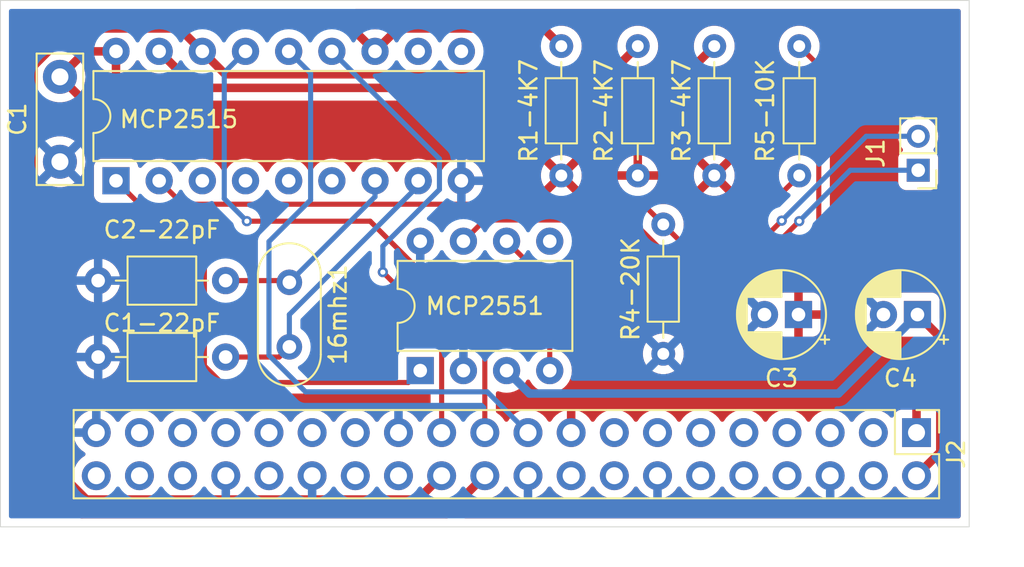
<source format=kicad_pcb>
(kicad_pcb (version 20240108) (generator "pcbnew") (generator_version "8.0")
  (layers (0 "F.Cu" signal) (31 "B.Cu" signal) (34 "B.Paste" user) (35 "F.Paste" user) (36 "B.SilkS" user "B.Silkscreen") (37 "F.SilkS" user "F.Silkscreen") (38 "B.Mask" user) (39 "F.Mask" user) (44 "Edge.Cuts" user))
  (net 0 "")
  (net 1 "Net-(U1-OSC2)")
  (net 2 "VSS")
  (net 3 "Net-(U1-OSC1)")
  (net 4 "Net-(J1-Pin_2)")
  (net 5 "Net-(J1-Pin_1)")
  (net 6 "Net-(J2-SCLK0{slash}GPIO11)")
  (net 10 "VDD")
  (net 12 "Net-(J2-GPIO25)")
  (net 15 "VCC")
  (net 29 "Net-(J2-MISO0{slash}GPIO9)")
  (net 32 "Net-(J2-MOSI0{slash}GPIO10)")
  (net 33 "Net-(J2-~{CE0}{slash}GPIO8)")
  (net 36 "Net-(U1-~{RESET})")
  (net 37 "Net-(U1-RXCAN)")
  (net 38 "Net-(U2-RXD)")
  (net 43 "Net-(U1-TXCAN)")
  (footprint "Package_DIP:DIP-8_W7.62mm" (layer "F.Cu") (at 113.7 109.8 90)
    (property "Reference" "MCP2551" (at 3.8 3.8 0) (layer "F.SilkS"))
    (property "Value" "MCP2551-I-P")
    (fp_line (start 6.46 -1.33) (end 4.81 -1.33) (stroke (width 0.12)) (layer "F.SilkS"))
    (fp_line (start 2.81 -1.33) (end 1.16 -1.33) (stroke (width 0.12)) (layer "F.SilkS"))
    (fp_line (start 1.16 -1.33) (end 1.16 8.95) (stroke (width 0.12)) (layer "F.SilkS"))
    (fp_line (start 6.46 8.95) (end 6.46 -1.33) (stroke (width 0.12)) (layer "F.SilkS"))
    (fp_line (start 1.16 8.95) (end 6.46 8.95) (stroke (width 0.12)) (layer "F.SilkS"))
    (fp_arc (start 4.81 -1.33) (mid 3.81 -0.33) (end 2.81 -1.33) (stroke (width 0.12)) (layer "F.SilkS"))
    (pad "1" thru_hole rect (at 0 0 90) (size 1.6 1.6) (drill 0.8) (layers "*.Cu" "*.Mask") (net 43 "Net-(U1-TXCAN)"))
    (pad "2" thru_hole oval (at 0 2.54 90) (size 1.6 1.6) (drill 0.8) (layers "*.Cu" "*.Mask") (net 2 "VSS"))
    (pad "3" thru_hole oval (at 0 5.08 90) (size 1.6 1.6) (drill 0.8) (layers "*.Cu" "*.Mask") (net 10 "VDD"))
    (pad "4" thru_hole oval (at 0 7.62 90) (size 1.6 1.6) (drill 0.8) (layers "*.Cu" "*.Mask") (net 38 "Net-(U2-RXD)"))
    (pad "5" thru_hole oval (at 7.62 7.62 90) (size 1.6 1.6) (drill 0.8) (layers "*.Cu" "*.Mask"))
    (pad "6" thru_hole oval (at 7.62 5.08 90) (size 1.6 1.6) (drill 0.8) (layers "*.Cu" "*.Mask") (net 5 "Net-(J1-Pin_1)"))
    (pad "7" thru_hole oval (at 7.62 2.54 90) (size 1.6 1.6) (drill 0.8) (layers "*.Cu" "*.Mask") (net 4 "Net-(J1-Pin_2)"))
    (pad "8" thru_hole oval (at 7.62 0 90) (size 1.6 1.6) (drill 0.8) (layers "*.Cu" "*.Mask") (net 2 "VSS"))
  )
  (footprint "Capacitor_THT:C_Axial_L3.8mm_D2.6mm_P7.50mm_Horizontal" (layer "F.Cu") (at 102.25 104.5 180)
    (property "Reference" "C2-22pF" (at 3.75 3 180) (layer "F.SilkS"))
    (property "Value" "C22pF")
    (fp_line (start 6.46 0) (end 5.77 0) (stroke (width 0.12)) (layer "F.SilkS"))
    (fp_line (start 5.77 1.42) (end 5.77 -1.42) (stroke (width 0.12)) (layer "F.SilkS"))
    (fp_line (start 5.77 -1.42) (end 1.73 -1.42) (stroke (width 0.12)) (layer "F.SilkS"))
    (fp_line (start 1.73 1.42) (end 5.77 1.42) (stroke (width 0.12)) (layer "F.SilkS"))
    (fp_line (start 1.73 -1.42) (end 1.73 1.42) (stroke (width 0.12)) (layer "F.SilkS"))
    (fp_line (start 1.04 0) (end 1.73 0) (stroke (width 0.12)) (layer "F.SilkS"))
    (pad "1" thru_hole circle (at 0 0 180) (size 1.6 1.6) (drill 0.8) (layers "*.Cu" "*.Mask") (net 1 "Net-(U1-OSC2)"))
    (pad "2" thru_hole oval (at 7.5 0 180) (size 1.6 1.6) (drill 0.8) (layers "*.Cu" "*.Mask") (net 2 "VSS"))
  )
  (footprint "Resistor_THT:R_Axial_DIN0204_L3.6mm_D1.6mm_P7.62mm_Horizontal" (layer "F.Cu") (at 128 108.81 90)
    (property "Reference" "R4-20K" (at 3.81 -1.92 270) (layer "F.SilkS"))
    (property "Value" "R20K")
    (fp_line (start 5.73 -0.92) (end 1.89 -0.92) (stroke (width 0.12)) (layer "F.SilkS"))
    (fp_line (start 1.89 -0.92) (end 1.89 0.92) (stroke (width 0.12)) (layer "F.SilkS"))
    (fp_line (start 6.68 0) (end 5.73 0) (stroke (width 0.12)) (layer "F.SilkS"))
    (fp_line (start 0.94 0) (end 1.89 0) (stroke (width 0.12)) (layer "F.SilkS"))
    (fp_line (start 5.73 0.92) (end 5.73 -0.92) (stroke (width 0.12)) (layer "F.SilkS"))
    (fp_line (start 1.89 0.92) (end 5.73 0.92) (stroke (width 0.12)) (layer "F.SilkS"))
    (pad "1" thru_hole circle (at 0 0 90) (size 1.4 1.4) (drill 0.7) (layers "*.Cu" "*.Mask") (net 2 "VSS"))
    (pad "2" thru_hole oval (at 7.62 0 90) (size 1.4 1.4) (drill 0.7) (layers "*.Cu" "*.Mask") (net 37 "Net-(U1-RXCAN)"))
  )
  (footprint "Package_DIP:DIP-18_W7.62mm" (layer "F.Cu") (at 95.8 98.62 90)
    (property "Reference" "MCP2515" (at 3.62 3.7 0) (layer "F.SilkS"))
    (property "Value" "MCP2515-xSO")
    (fp_line (start 6.46 -1.33) (end 4.81 -1.33) (stroke (width 0.12)) (layer "F.SilkS"))
    (fp_line (start 2.81 -1.33) (end 1.16 -1.33) (stroke (width 0.12)) (layer "F.SilkS"))
    (fp_line (start 1.16 -1.33) (end 1.16 21.65) (stroke (width 0.12)) (layer "F.SilkS"))
    (fp_line (start 6.46 21.65) (end 6.46 -1.33) (stroke (width 0.12)) (layer "F.SilkS"))
    (fp_line (start 1.16 21.65) (end 6.46 21.65) (stroke (width 0.12)) (layer "F.SilkS"))
    (fp_arc (start 4.81 -1.33) (mid 3.81 -0.33) (end 2.81 -1.33) (stroke (width 0.12)) (layer "F.SilkS"))
    (pad "1" thru_hole rect (at 0 0 90) (size 1.6 1.6) (drill 0.8) (layers "*.Cu" "*.Mask") (net 43 "Net-(U1-TXCAN)"))
    (pad "2" thru_hole oval (at 0 2.54 90) (size 1.6 1.6) (drill 0.8) (layers "*.Cu" "*.Mask") (net 37 "Net-(U1-RXCAN)"))
    (pad "3" thru_hole oval (at 0 5.08 90) (size 1.6 1.6) (drill 0.8) (layers "*.Cu" "*.Mask"))
    (pad "4" thru_hole oval (at 0 7.62 90) (size 1.6 1.6) (drill 0.8) (layers "*.Cu" "*.Mask"))
    (pad "5" thru_hole oval (at 0 10.16 90) (size 1.6 1.6) (drill 0.8) (layers "*.Cu" "*.Mask"))
    (pad "6" thru_hole oval (at 0 12.7 90) (size 1.6 1.6) (drill 0.8) (layers "*.Cu" "*.Mask"))
    (pad "7" thru_hole oval (at 0 15.24 90) (size 1.6 1.6) (drill 0.8) (layers "*.Cu" "*.Mask") (net 1 "Net-(U1-OSC2)"))
    (pad "8" thru_hole oval (at 0 17.78 90) (size 1.6 1.6) (drill 0.8) (layers "*.Cu" "*.Mask") (net 3 "Net-(U1-OSC1)"))
    (pad "9" thru_hole oval (at 0 20.32 90) (size 1.6 1.6) (drill 0.8) (layers "*.Cu" "*.Mask") (net 2 "VSS"))
    (pad "10" thru_hole oval (at 7.62 20.32 90) (size 1.6 1.6) (drill 0.8) (layers "*.Cu" "*.Mask"))
    (pad "11" thru_hole oval (at 7.62 17.78 90) (size 1.6 1.6) (drill 0.8) (layers "*.Cu" "*.Mask"))
    (pad "12" thru_hole oval (at 7.62 15.24 90) (size 1.6 1.6) (drill 0.8) (layers "*.Cu" "*.Mask") (net 12 "Net-(J2-GPIO25)"))
    (pad "13" thru_hole oval (at 7.62 12.7 90) (size 1.6 1.6) (drill 0.8) (layers "*.Cu" "*.Mask") (net 6 "Net-(J2-SCLK0{slash}GPIO11)"))
    (pad "14" thru_hole oval (at 7.62 10.16 90) (size 1.6 1.6) (drill 0.8) (layers "*.Cu" "*.Mask") (net 32 "Net-(J2-MOSI0{slash}GPIO10)"))
    (pad "15" thru_hole oval (at 7.62 7.62 90) (size 1.6 1.6) (drill 0.8) (layers "*.Cu" "*.Mask") (net 29 "Net-(J2-MISO0{slash}GPIO9)"))
    (pad "16" thru_hole oval (at 7.62 5.08 90) (size 1.6 1.6) (drill 0.8) (layers "*.Cu" "*.Mask") (net 33 "Net-(J2-~{CE0}{slash}GPIO8)"))
    (pad "17" thru_hole oval (at 7.62 2.54 90) (size 1.6 1.6) (drill 0.8) (layers "*.Cu" "*.Mask") (net 36 "Net-(U1-~{RESET})"))
    (pad "18" thru_hole oval (at 7.62 0 90) (size 1.6 1.6) (drill 0.8) (layers "*.Cu" "*.Mask") (net 15 "VCC"))
  )
  (footprint "Capacitor_THT:CP_Radial_D5.0mm_P2.00mm" (layer "F.Cu") (at 135.955113 106.5 180)
    (property "Reference" "C3" (at 1 -3.75 180) (layer "F.SilkS"))
    (property "Value" "C_Polarized")
    (fp_line (start 3.601 -0.284) (end 3.601 0.284) (stroke (width 0.12)) (layer "F.SilkS"))
    (fp_line (start 3.561 -0.518) (end 3.561 0.518) (stroke (width 0.12)) (layer "F.SilkS"))
    (fp_line (start 3.521 -0.677) (end 3.521 0.677) (stroke (width 0.12)) (layer "F.SilkS"))
    (fp_line (start 3.481 -0.805) (end 3.481 0.805) (stroke (width 0.12)) (layer "F.SilkS"))
    (fp_line (start 3.441 -0.915) (end 3.441 0.915) (stroke (width 0.12)) (layer "F.SilkS"))
    (fp_line (start 3.401 -1.011) (end 3.401 1.011) (stroke (width 0.12)) (layer "F.SilkS"))
    (fp_line (start 3.361 -1.098) (end 3.361 1.098) (stroke (width 0.12)) (layer "F.SilkS"))
    (fp_line (start 3.321 -1.178) (end 3.321 1.178) (stroke (width 0.12)) (layer "F.SilkS"))
    (fp_line (start 3.281 -1.251) (end 3.281 1.251) (stroke (width 0.12)) (layer "F.SilkS"))
    (fp_line (start 3.241 -1.319) (end 3.241 1.319) (stroke (width 0.12)) (layer "F.SilkS"))
    (fp_line (start 3.201 -1.383) (end 3.201 1.383) (stroke (width 0.12)) (layer "F.SilkS"))
    (fp_line (start 3.161 -1.443) (end 3.161 1.443) (stroke (width 0.12)) (layer "F.SilkS"))
    (fp_line (start 3.121 -1.5) (end 3.121 1.5) (stroke (width 0.12)) (layer "F.SilkS"))
    (fp_line (start 3.081 -1.554) (end 3.081 1.554) (stroke (width 0.12)) (layer "F.SilkS"))
    (fp_line (start 3.041 -1.605) (end 3.041 1.605) (stroke (width 0.12)) (layer "F.SilkS"))
    (fp_line (start 3.001 1.04) (end 3.001 1.653) (stroke (width 0.12)) (layer "F.SilkS"))
    (fp_line (start 3.001 -1.653) (end 3.001 -1.04) (stroke (width 0.12)) (layer "F.SilkS"))
    (fp_line (start 2.961 1.04) (end 2.961 1.699) (stroke (width 0.12)) (layer "F.SilkS"))
    (fp_line (start 2.961 -1.699) (end 2.961 -1.04) (stroke (width 0.12)) (layer "F.SilkS"))
    (fp_line (start 2.921 1.04) (end 2.921 1.743) (stroke (width 0.12)) (layer "F.SilkS"))
    (fp_line (start 2.921 -1.743) (end 2.921 -1.04) (stroke (width 0.12)) (layer "F.SilkS"))
    (fp_line (start 2.881 1.04) (end 2.881 1.785) (stroke (width 0.12)) (layer "F.SilkS"))
    (fp_line (start 2.881 -1.785) (end 2.881 -1.04) (stroke (width 0.12)) (layer "F.SilkS"))
    (fp_line (start 2.841 1.04) (end 2.841 1.826) (stroke (width 0.12)) (layer "F.SilkS"))
    (fp_line (start 2.841 -1.826) (end 2.841 -1.04) (stroke (width 0.12)) (layer "F.SilkS"))
    (fp_line (start 2.801 1.04) (end 2.801 1.864) (stroke (width 0.12)) (layer "F.SilkS"))
    (fp_line (start 2.801 -1.864) (end 2.801 -1.04) (stroke (width 0.12)) (layer "F.SilkS"))
    (fp_line (start 2.761 1.04) (end 2.761 1.901) (stroke (width 0.12)) (layer "F.SilkS"))
    (fp_line (start 2.761 -1.901) (end 2.761 -1.04) (stroke (width 0.12)) (layer "F.SilkS"))
    (fp_line (start 2.721 1.04) (end 2.721 1.937) (stroke (width 0.12)) (layer "F.SilkS"))
    (fp_line (start 2.721 -1.937) (end 2.721 -1.04) (stroke (width 0.12)) (layer "F.SilkS"))
    (fp_line (start 2.681 1.04) (end 2.681 1.971) (stroke (width 0.12)) (layer "F.SilkS"))
    (fp_line (start 2.681 -1.971) (end 2.681 -1.04) (stroke (width 0.12)) (layer "F.SilkS"))
    (fp_line (start 2.641 1.04) (end 2.641 2.004) (stroke (width 0.12)) (layer "F.SilkS"))
    (fp_line (start 2.641 -2.004) (end 2.641 -1.04) (stroke (width 0.12)) (layer "F.SilkS"))
    (fp_line (start 2.601 1.04) (end 2.601 2.035) (stroke (width 0.12)) (layer "F.SilkS"))
    (fp_line (start 2.601 -2.035) (end 2.601 -1.04) (stroke (width 0.12)) (layer "F.SilkS"))
    (fp_line (start 2.561 1.04) (end 2.561 2.065) (stroke (width 0.12)) (layer "F.SilkS"))
    (fp_line (start 2.561 -2.065) (end 2.561 -1.04) (stroke (width 0.12)) (layer "F.SilkS"))
    (fp_line (start 2.521 1.04) (end 2.521 2.095) (stroke (width 0.12)) (layer "F.SilkS"))
    (fp_line (start 2.521 -2.095) (end 2.521 -1.04) (stroke (width 0.12)) (layer "F.SilkS"))
    (fp_line (start 2.481 1.04) (end 2.481 2.122) (stroke (width 0.12)) (layer "F.SilkS"))
    (fp_line (start 2.481 -2.122) (end 2.481 -1.04) (stroke (width 0.12)) (layer "F.SilkS"))
    (fp_line (start 2.441 1.04) (end 2.441 2.149) (stroke (width 0.12)) (layer "F.SilkS"))
    (fp_line (start 2.441 -2.149) (end 2.441 -1.04) (stroke (width 0.12)) (layer "F.SilkS"))
    (fp_line (start 2.401 1.04) (end 2.401 2.175) (stroke (width 0.12)) (layer "F.SilkS"))
    (fp_line (start 2.401 -2.175) (end 2.401 -1.04) (stroke (width 0.12)) (layer "F.SilkS"))
    (fp_line (start 2.361 1.04) (end 2.361 2.2) (stroke (width 0.12)) (layer "F.SilkS"))
    (fp_line (start 2.361 -2.2) (end 2.361 -1.04) (stroke (width 0.12)) (layer "F.SilkS"))
    (fp_line (start 2.321 1.04) (end 2.321 2.224) (stroke (width 0.12)) (layer "F.SilkS"))
    (fp_line (start 2.321 -2.224) (end 2.321 -1.04) (stroke (width 0.12)) (layer "F.SilkS"))
    (fp_line (start 2.281 1.04) (end 2.281 2.247) (stroke (width 0.12)) (layer "F.SilkS"))
    (fp_line (start 2.281 -2.247) (end 2.281 -1.04) (stroke (width 0.12)) (layer "F.SilkS"))
    (fp_line (start 2.241 1.04) (end 2.241 2.268) (stroke (width 0.12)) (layer "F.SilkS"))
    (fp_line (start 2.241 -2.268) (end 2.241 -1.04) (stroke (width 0.12)) (layer "F.SilkS"))
    (fp_line (start 2.201 1.04) (end 2.201 2.29) (stroke (width 0.12)) (layer "F.SilkS"))
    (fp_line (start 2.201 -2.29) (end 2.201 -1.04) (stroke (width 0.12)) (layer "F.SilkS"))
    (fp_line (start 2.161 1.04) (end 2.161 2.31) (stroke (width 0.12)) (layer "F.SilkS"))
    (fp_line (start 2.161 -2.31) (end 2.161 -1.04) (stroke (width 0.12)) (layer "F.SilkS"))
    (fp_line (start 2.121 1.04) (end 2.121 2.329) (stroke (width 0.12)) (layer "F.SilkS"))
    (fp_line (start 2.121 -2.329) (end 2.121 -1.04) (stroke (width 0.12)) (layer "F.SilkS"))
    (fp_line (start 2.081 1.04) (end 2.081 2.348) (stroke (width 0.12)) (layer "F.SilkS"))
    (fp_line (start 2.081 -2.348) (end 2.081 -1.04) (stroke (width 0.12)) (layer "F.SilkS"))
    (fp_line (start 2.041 1.04) (end 2.041 2.365) (stroke (width 0.12)) (layer "F.SilkS"))
    (fp_line (start 2.041 -2.365) (end 2.041 -1.04) (stroke (width 0.12)) (layer "F.SilkS"))
    (fp_line (start 2.001 1.04) (end 2.001 2.382) (stroke (width 0.12)) (layer "F.SilkS"))
    (fp_line (start 2.001 -2.382) (end 2.001 -1.04) (stroke (width 0.12)) (layer "F.SilkS"))
    (fp_line (start 1.961 1.04) (end 1.961 2.398) (stroke (width 0.12)) (layer "F.SilkS"))
    (fp_line (start 1.961 -2.398) (end 1.961 -1.04) (stroke (width 0.12)) (layer "F.SilkS"))
    (fp_line (start 1.921 1.04) (end 1.921 2.414) (stroke (width 0.12)) (layer "F.SilkS"))
    (fp_line (start 1.921 -2.414) (end 1.921 -1.04) (stroke (width 0.12)) (layer "F.SilkS"))
    (fp_line (start 1.881 1.04) (end 1.881 2.428) (stroke (width 0.12)) (layer "F.SilkS"))
    (fp_line (start 1.881 -2.428) (end 1.881 -1.04) (stroke (width 0.12)) (layer "F.SilkS"))
    (fp_line (start 1.841 1.04) (end 1.841 2.442) (stroke (width 0.12)) (layer "F.SilkS"))
    (fp_line (start 1.841 -2.442) (end 1.841 -1.04) (stroke (width 0.12)) (layer "F.SilkS"))
    (fp_line (start 1.801 1.04) (end 1.801 2.455) (stroke (width 0.12)) (layer "F.SilkS"))
    (fp_line (start 1.801 -2.455) (end 1.801 -1.04) (stroke (width 0.12)) (layer "F.SilkS"))
    (fp_line (start 1.761 1.04) (end 1.761 2.468) (stroke (width 0.12)) (layer "F.SilkS"))
    (fp_line (start 1.761 -2.468) (end 1.761 -1.04) (stroke (width 0.12)) (layer "F.SilkS"))
    (fp_line (start 1.721 1.04) (end 1.721 2.48) (stroke (width 0.12)) (layer "F.SilkS"))
    (fp_line (start 1.721 -2.48) (end 1.721 -1.04) (stroke (width 0.12)) (layer "F.SilkS"))
    (fp_line (start 1.68 1.04) (end 1.68 2.491) (stroke (width 0.12)) (layer "F.SilkS"))
    (fp_line (start 1.68 -2.491) (end 1.68 -1.04) (stroke (width 0.12)) (layer "F.SilkS"))
    (fp_line (start 1.64 1.04) (end 1.64 2.501) (stroke (width 0.12)) (layer "F.SilkS"))
    (fp_line (start 1.64 -2.501) (end 1.64 -1.04) (stroke (width 0.12)) (layer "F.SilkS"))
    (fp_line (start 1.6 1.04) (end 1.6 2.511) (stroke (width 0.12)) (layer "F.SilkS"))
    (fp_line (start 1.6 -2.511) (end 1.6 -1.04) (stroke (width 0.12)) (layer "F.SilkS"))
    (fp_line (start 1.56 1.04) (end 1.56 2.52) (stroke (width 0.12)) (layer "F.SilkS"))
    (fp_line (start 1.56 -2.52) (end 1.56 -1.04) (stroke (width 0.12)) (layer "F.SilkS"))
    (fp_line (start 1.52 1.04) (end 1.52 2.528) (stroke (width 0.12)) (layer "F.SilkS"))
    (fp_line (start 1.52 -2.528) (end 1.52 -1.04) (stroke (width 0.12)) (layer "F.SilkS"))
    (fp_line (start 1.48 1.04) (end 1.48 2.536) (stroke (width 0.12)) (layer "F.SilkS"))
    (fp_line (start 1.48 -2.536) (end 1.48 -1.04) (stroke (width 0.12)) (layer "F.SilkS"))
    (fp_line (start 1.44 1.04) (end 1.44 2.543) (stroke (width 0.12)) (layer "F.SilkS"))
    (fp_line (start 1.44 -2.543) (end 1.44 -1.04) (stroke (width 0.12)) (layer "F.SilkS"))
    (fp_line (start 1.4 1.04) (end 1.4 2.55) (stroke (width 0.12)) (layer "F.SilkS"))
    (fp_line (start 1.4 -2.55) (end 1.4 -1.04) (stroke (width 0.12)) (layer "F.SilkS"))
    (fp_line (start 1.36 1.04) (end 1.36 2.556) (stroke (width 0.12)) (layer "F.SilkS"))
    (fp_line (start 1.36 -2.556) (end 1.36 -1.04) (stroke (width 0.12)) (layer "F.SilkS"))
    (fp_line (start 1.32 1.04) (end 1.32 2.561) (stroke (width 0.12)) (layer "F.SilkS"))
    (fp_line (start 1.32 -2.561) (end 1.32 -1.04) (stroke (width 0.12)) (layer "F.SilkS"))
    (fp_line (start 1.28 1.04) (end 1.28 2.565) (stroke (width 0.12)) (layer "F.SilkS"))
    (fp_line (start 1.28 -2.565) (end 1.28 -1.04) (stroke (width 0.12)) (layer "F.SilkS"))
    (fp_line (start 1.24 1.04) (end 1.24 2.569) (stroke (width 0.12)) (layer "F.SilkS"))
    (fp_line (start 1.24 -2.569) (end 1.24 -1.04) (stroke (width 0.12)) (layer "F.SilkS"))
    (fp_line (start 1.2 1.04) (end 1.2 2.573) (stroke (width 0.12)) (layer "F.SilkS"))
    (fp_line (start 1.2 -2.573) (end 1.2 -1.04) (stroke (width 0.12)) (layer "F.SilkS"))
    (fp_line (start 1.16 1.04) (end 1.16 2.576) (stroke (width 0.12)) (layer "F.SilkS"))
    (fp_line (start 1.16 -2.576) (end 1.16 -1.04) (stroke (width 0.12)) (layer "F.SilkS"))
    (fp_line (start 1.12 1.04) (end 1.12 2.578) (stroke (width 0.12)) (layer "F.SilkS"))
    (fp_line (start 1.12 -2.578) (end 1.12 -1.04) (stroke (width 0.12)) (layer "F.SilkS"))
    (fp_line (start 1.08 1.04) (end 1.08 2.579) (stroke (width 0.12)) (layer "F.SilkS"))
    (fp_line (start 1.08 -2.579) (end 1.08 -1.04) (stroke (width 0.12)) (layer "F.SilkS"))
    (fp_line (start 1.04 1.04) (end 1.04 2.58) (stroke (width 0.12)) (layer "F.SilkS"))
    (fp_line (start 1.04 -2.58) (end 1.04 -1.04) (stroke (width 0.12)) (layer "F.SilkS"))
    (fp_line (start 1 1.04) (end 1 2.58) (stroke (width 0.12)) (layer "F.SilkS"))
    (fp_line (start 1 -2.58) (end 1 -1.04) (stroke (width 0.12)) (layer "F.SilkS"))
    (fp_line (start -1.554775 -1.725) (end -1.554775 -1.225) (stroke (width 0.12)) (layer "F.SilkS"))
    (fp_line (start -1.804775 -1.475) (end -1.304775 -1.475) (stroke (width 0.12)) (layer "F.SilkS"))
    (fp_circle (center 1 0) (end 3.62 0) (stroke (width 0.12)) (fill none) (layer "F.SilkS"))
    (pad "1" thru_hole rect (at 0 0 180) (size 1.6 1.6) (drill 0.8) (layers "*.Cu" "*.Mask") (net 15 "VCC"))
    (pad "2" thru_hole circle (at 2 0 180) (size 1.6 1.6) (drill 0.8) (layers "*.Cu" "*.Mask") (net 2 "VSS"))
  )
  (footprint "Resistor_THT:R_Axial_DIN0204_L3.6mm_D1.6mm_P7.62mm_Horizontal" (layer "F.Cu") (at 126.5 90.69 -90)
    (property "Reference" "R2-4K7" (at 3.81 2 90) (layer "F.SilkS"))
    (property "Value" "R4K7")
    (fp_line (start 1.89 0.92) (end 5.73 0.92) (stroke (width 0.12)) (layer "F.SilkS"))
    (fp_line (start 5.73 0.92) (end 5.73 -0.92) (stroke (width 0.12)) (layer "F.SilkS"))
    (fp_line (start 0.94 0) (end 1.89 0) (stroke (width 0.12)) (layer "F.SilkS"))
    (fp_line (start 6.68 0) (end 5.73 0) (stroke (width 0.12)) (layer "F.SilkS"))
    (fp_line (start 1.89 -0.92) (end 1.89 0.92) (stroke (width 0.12)) (layer "F.SilkS"))
    (fp_line (start 5.73 -0.92) (end 1.89 -0.92) (stroke (width 0.12)) (layer "F.SilkS"))
    (pad "1" thru_hole circle (at 0 0 270) (size 1.4 1.4) (drill 0.7) (layers "*.Cu" "*.Mask") (net 33 "Net-(J2-~{CE0}{slash}GPIO8)"))
    (pad "2" thru_hole oval (at 7.62 0 270) (size 1.4 1.4) (drill 0.7) (layers "*.Cu" "*.Mask") (net 15 "VCC"))
  )
  (footprint "Resistor_THT:R_Axial_DIN0204_L3.6mm_D1.6mm_P7.62mm_Horizontal" (layer "F.Cu") (at 122 98.31 90)
    (property "Reference" "R1-4K7" (at 3.81 -1.92 -90) (layer "F.SilkS"))
    (property "Value" "R4K7")
    (fp_line (start 5.73 -0.92) (end 1.89 -0.92) (stroke (width 0.12)) (layer "F.SilkS"))
    (fp_line (start 1.89 -0.92) (end 1.89 0.92) (stroke (width 0.12)) (layer "F.SilkS"))
    (fp_line (start 6.68 0) (end 5.73 0) (stroke (width 0.12)) (layer "F.SilkS"))
    (fp_line (start 0.94 0) (end 1.89 0) (stroke (width 0.12)) (layer "F.SilkS"))
    (fp_line (start 5.73 0.92) (end 5.73 -0.92) (stroke (width 0.12)) (layer "F.SilkS"))
    (fp_line (start 1.89 0.92) (end 5.73 0.92) (stroke (width 0.12)) (layer "F.SilkS"))
    (pad "1" thru_hole circle (at 0 0 90) (size 1.4 1.4) (drill 0.7) (layers "*.Cu" "*.Mask") (net 15 "VCC"))
    (pad "2" thru_hole oval (at 7.62 0 90) (size 1.4 1.4) (drill 0.7) (layers "*.Cu" "*.Mask") (net 12 "Net-(J2-GPIO25)"))
  )
  (footprint "Resistor_THT:R_Axial_DIN0204_L3.6mm_D1.6mm_P7.62mm_Horizontal" (layer "F.Cu") (at 136 90.69 -90)
    (property "Reference" "R5-10K" (at 3.81 2 90) (layer "F.SilkS"))
    (property "Value" "R10K")
    (fp_line (start 1.89 0.92) (end 5.73 0.92) (stroke (width 0.12)) (layer "F.SilkS"))
    (fp_line (start 5.73 0.92) (end 5.73 -0.92) (stroke (width 0.12)) (layer "F.SilkS"))
    (fp_line (start 0.94 0) (end 1.89 0) (stroke (width 0.12)) (layer "F.SilkS"))
    (fp_line (start 6.68 0) (end 5.73 0) (stroke (width 0.12)) (layer "F.SilkS"))
    (fp_line (start 1.89 -0.92) (end 1.89 0.92) (stroke (width 0.12)) (layer "F.SilkS"))
    (fp_line (start 5.73 -0.92) (end 1.89 -0.92) (stroke (width 0.12)) (layer "F.SilkS"))
    (pad "1" thru_hole circle (at 0 0 270) (size 1.4 1.4) (drill 0.7) (layers "*.Cu" "*.Mask") (net 38 "Net-(U2-RXD)"))
    (pad "2" thru_hole oval (at 7.62 0 270) (size 1.4 1.4) (drill 0.7) (layers "*.Cu" "*.Mask") (net 37 "Net-(U1-RXCAN)"))
  )
  (footprint "Connector_PinHeader_2.54mm:PinHeader_2x20_P2.54mm_Vertical" (layer "F.Cu") (at 142.9 113.45 -90)
    (property "Reference" "J2" (at 1.27 -2.33 90) (layer "F.SilkS"))
    (property "Value" "Raspberry_Pi_2_3")
    (fp_line (start -1.33 49.59) (end 3.87 49.59) (stroke (width 0.12)) (layer "F.SilkS"))
    (fp_line (start -1.33 1.27) (end -1.33 49.59) (stroke (width 0.12)) (layer "F.SilkS"))
    (fp_line (start -1.33 1.27) (end 1.27 1.27) (stroke (width 0.12)) (layer "F.SilkS"))
    (fp_line (start 1.27 1.27) (end 1.27 -1.33) (stroke (width 0.12)) (layer "F.SilkS"))
    (fp_line (start -1.33 0) (end -1.33 -1.33) (stroke (width 0.12)) (layer "F.SilkS"))
    (fp_line (start -1.33 -1.33) (end 0 -1.33) (stroke (width 0.12)) (layer "F.SilkS"))
    (fp_line (start 1.27 -1.33) (end 3.87 -1.33) (stroke (width 0.12)) (layer "F.SilkS"))
    (fp_line (start 3.87 -1.33) (end 3.87 49.59) (stroke (width 0.12)) (layer "F.SilkS"))
    (pad "1" thru_hole rect (at 0 0 270) (size 1.7 1.7) (drill 1) (layers "*.Cu" "*.Mask") (net 15 "VCC"))
    (pad "2" thru_hole oval (at 2.54 0 270) (size 1.7 1.7) (drill 1) (layers "*.Cu" "*.Mask") (net 10 "VDD"))
    (pad "3" thru_hole oval (at 0 2.54 270) (size 1.7 1.7) (drill 1) (layers "*.Cu" "*.Mask"))
    (pad "4" thru_hole oval (at 2.54 2.54 270) (size 1.7 1.7) (drill 1) (layers "*.Cu" "*.Mask") (net 10 "VDD"))
    (pad "5" thru_hole oval (at 0 5.08 270) (size 1.7 1.7) (drill 1) (layers "*.Cu" "*.Mask"))
    (pad "6" thru_hole oval (at 2.54 5.08 270) (size 1.7 1.7) (drill 1) (layers "*.Cu" "*.Mask") (net 2 "VSS"))
    (pad "7" thru_hole oval (at 0 7.62 270) (size 1.7 1.7) (drill 1) (layers "*.Cu" "*.Mask"))
    (pad "8" thru_hole oval (at 2.54 7.62 270) (size 1.7 1.7) (drill 1) (layers "*.Cu" "*.Mask"))
    (pad "9" thru_hole oval (at 0 10.16 270) (size 1.7 1.7) (drill 1) (layers "*.Cu" "*.Mask") (net 2 "VSS"))
    (pad "10" thru_hole oval (at 2.54 10.16 270) (size 1.7 1.7) (drill 1) (layers "*.Cu" "*.Mask"))
    (pad "11" thru_hole oval (at 0 12.7 270) (size 1.7 1.7) (drill 1) (layers "*.Cu" "*.Mask"))
    (pad "12" thru_hole oval (at 2.54 12.7 270) (size 1.7 1.7) (drill 1) (layers "*.Cu" "*.Mask"))
    (pad "13" thru_hole oval (at 0 15.24 270) (size 1.7 1.7) (drill 1) (layers "*.Cu" "*.Mask"))
    (pad "14" thru_hole oval (at 2.54 15.24 270) (size 1.7 1.7) (drill 1) (layers "*.Cu" "*.Mask") (net 2 "VSS"))
    (pad "15" thru_hole oval (at 0 17.78 270) (size 1.7 1.7) (drill 1) (layers "*.Cu" "*.Mask"))
    (pad "16" thru_hole oval (at 2.54 17.78 270) (size 1.7 1.7) (drill 1) (layers "*.Cu" "*.Mask"))
    (pad "17" thru_hole oval (at 0 20.32 270) (size 1.7 1.7) (drill 1) (layers "*.Cu" "*.Mask") (net 15 "VCC"))
    (pad "18" thru_hole oval (at 2.54 20.32 270) (size 1.7 1.7) (drill 1) (layers "*.Cu" "*.Mask"))
    (pad "19" thru_hole oval (at 0 22.86 270) (size 1.7 1.7) (drill 1) (layers "*.Cu" "*.Mask") (net 32 "Net-(J2-MOSI0{slash}GPIO10)"))
    (pad "20" thru_hole oval (at 2.54 22.86 270) (size 1.7 1.7) (drill 1) (layers "*.Cu" "*.Mask") (net 2 "VSS"))
    (pad "21" thru_hole oval (at 0 25.4 270) (size 1.7 1.7) (drill 1) (layers "*.Cu" "*.Mask") (net 29 "Net-(J2-MISO0{slash}GPIO9)"))
    (pad "22" thru_hole oval (at 2.54 25.4 270) (size 1.7 1.7) (drill 1) (layers "*.Cu" "*.Mask") (net 12 "Net-(J2-GPIO25)"))
    (pad "23" thru_hole oval (at 0 27.94 270) (size 1.7 1.7) (drill 1) (layers "*.Cu" "*.Mask") (net 6 "Net-(J2-SCLK0{slash}GPIO11)"))
    (pad "24" thru_hole oval (at 2.54 27.94 270) (size 1.7 1.7) (drill 1) (layers "*.Cu" "*.Mask") (net 33 "Net-(J2-~{CE0}{slash}GPIO8)"))
    (pad "25" thru_hole oval (at 0 30.48 270) (size 1.7 1.7) (drill 1) (layers "*.Cu" "*.Mask") (net 2 "VSS"))
    (pad "26" thru_hole oval (at 2.54 30.48 270) (size 1.7 1.7) (drill 1) (layers "*.Cu" "*.Mask"))
    (pad "27" thru_hole oval (at 0 33.02 270) (size 1.7 1.7) (drill 1) (layers "*.Cu" "*.Mask"))
    (pad "28" thru_hole oval (at 2.54 33.02 270) (size 1.7 1.7) (drill 1) (layers "*.Cu" "*.Mask"))
    (pad "29" thru_hole oval (at 0 35.56 270) (size 1.7 1.7) (drill 1) (layers "*.Cu" "*.Mask"))
    (pad "30" thru_hole oval (at 2.54 35.56 270) (size 1.7 1.7) (drill 1) (layers "*.Cu" "*.Mask") (net 2 "VSS"))
    (pad "31" thru_hole oval (at 0 38.1 270) (size 1.7 1.7) (drill 1) (layers "*.Cu" "*.Mask"))
    (pad "32" thru_hole oval (at 2.54 38.1 270) (size 1.7 1.7) (drill 1) (layers "*.Cu" "*.Mask"))
    (pad "33" thru_hole oval (at 0 40.64 270) (size 1.7 1.7) (drill 1) (layers "*.Cu" "*.Mask"))
    (pad "34" thru_hole oval (at 2.54 40.64 270) (size 1.7 1.7) (drill 1) (layers "*.Cu" "*.Mask") (net 2 "VSS"))
    (pad "35" thru_hole oval (at 0 43.18 270) (size 1.7 1.7) (drill 1) (layers "*.Cu" "*.Mask"))
    (pad "36" thru_hole oval (at 2.54 43.18 270) (size 1.7 1.7) (drill 1) (layers "*.Cu" "*.Mask"))
    (pad "37" thru_hole oval (at 0 45.72 270) (size 1.7 1.7) (drill 1) (layers "*.Cu" "*.Mask"))
    (pad "38" thru_hole oval (at 2.54 45.72 270) (size 1.7 1.7) (drill 1) (layers "*.Cu" "*.Mask"))
    (pad "39" thru_hole oval (at 0 48.26 270) (size 1.7 1.7) (drill 1) (layers "*.Cu" "*.Mask") (net 2 "VSS"))
    (pad "40" thru_hole oval (at 2.54 48.26 270) (size 1.7 1.7) (drill 1) (layers "*.Cu" "*.Mask"))
  )
  (footprint "Crystal:Crystal_HC52-6mm_Vertical" (layer "F.Cu") (at 106 104.6 -90)
    (property "Reference" "16mhz1" (at 1.9 -2.85 -90) (layer "F.SilkS"))
    (property "Value" "16MHZ")
    (fp_line (start -0.45 1.85) (end 4.25 1.85) (stroke (width 0.12)) (layer "F.SilkS"))
    (fp_line (start -0.45 -1.85) (end 4.25 -1.85) (stroke (width 0.12)) (layer "F.SilkS"))
    (fp_arc (start -0.45 1.85) (mid -2.3 0) (end -0.45 -1.85) (stroke (width 0.12)) (layer "F.SilkS"))
    (fp_arc (start 4.25 -1.85) (mid 6.1 0) (end 4.25 1.85) (stroke (width 0.12)) (layer "F.SilkS"))
    (pad "1" thru_hole circle (at 0 0 270) (size 1.5 1.5) (drill 0.8) (layers "*.Cu" "*.Mask") (net 1 "Net-(U1-OSC2)"))
    (pad "2" thru_hole circle (at 3.8 0 270) (size 1.5 1.5) (drill 0.8) (layers "*.Cu" "*.Mask") (net 3 "Net-(U1-OSC1)"))
  )
  (footprint "Resistor_THT:R_Axial_DIN0204_L3.6mm_D1.6mm_P7.62mm_Horizontal" (layer "F.Cu") (at 131 98.31 90)
    (property "Reference" "R3-4K7" (at 3.81 -1.92 -90) (layer "F.SilkS"))
    (property "Value" "R")
    (fp_line (start 5.73 -0.92) (end 1.89 -0.92) (stroke (width 0.12)) (layer "F.SilkS"))
    (fp_line (start 1.89 -0.92) (end 1.89 0.92) (stroke (width 0.12)) (layer "F.SilkS"))
    (fp_line (start 6.68 0) (end 5.73 0) (stroke (width 0.12)) (layer "F.SilkS"))
    (fp_line (start 0.94 0) (end 1.89 0) (stroke (width 0.12)) (layer "F.SilkS"))
    (fp_line (start 5.73 0.92) (end 5.73 -0.92) (stroke (width 0.12)) (layer "F.SilkS"))
    (fp_line (start 1.89 0.92) (end 5.73 0.92) (stroke (width 0.12)) (layer "F.SilkS"))
    (pad "1" thru_hole circle (at 0 0 90) (size 1.4 1.4) (drill 0.7) (layers "*.Cu" "*.Mask") (net 15 "VCC"))
    (pad "2" thru_hole oval (at 7.62 0 90) (size 1.4 1.4) (drill 0.7) (layers "*.Cu" "*.Mask") (net 36 "Net-(U1-~{RESET})"))
  )
  (footprint "Capacitor_THT:C_Disc_D7.5mm_W2.5mm_P5.00mm" (layer "F.Cu") (at 92.5 97.5 90)
    (property "Reference" "C1" (at 2.5 -2.5 270) (layer "F.SilkS"))
    (property "Value" "C")
    (fp_line (start 6.37 -1.37) (end 6.37 1.37) (stroke (width 0.12)) (layer "F.SilkS"))
    (fp_line (start -1.37 -1.37) (end 6.37 -1.37) (stroke (width 0.12)) (layer "F.SilkS"))
    (fp_line (start -1.37 -1.37) (end -1.37 1.37) (stroke (width 0.12)) (layer "F.SilkS"))
    (fp_line (start -1.37 1.37) (end 6.37 1.37) (stroke (width 0.12)) (layer "F.SilkS"))
    (pad "1" thru_hole circle (at 0 0 90) (size 2 2) (drill 1) (layers "*.Cu" "*.Mask") (net 2 "VSS"))
    (pad "2" thru_hole circle (at 5 0 90) (size 2 2) (drill 1) (layers "*.Cu" "*.Mask") (net 15 "VCC"))
  )
  (footprint "Connector_PinHeader_2.00mm:PinHeader_1x02_P2.00mm_Vertical" (layer "F.Cu") (at 143 98 180)
    (property "Reference" "J1" (at 2.5 1 -90) (layer "F.SilkS"))
    (property "Value" "Conn_01x02_Pin")
    (fp_line (start 1.06 1) (end 1.06 3.06) (stroke (width 0.12)) (layer "F.SilkS"))
    (fp_line (start -1.06 3.06) (end 1.06 3.06) (stroke (width 0.12)) (layer "F.SilkS"))
    (fp_line (start -1.06 1) (end 1.06 1) (stroke (width 0.12)) (layer "F.SilkS"))
    (fp_line (start -1.06 1) (end -1.06 3.06) (stroke (width 0.12)) (layer "F.SilkS"))
    (fp_line (start -1.06 0) (end -1.06 -1.06) (stroke (width 0.12)) (layer "F.SilkS"))
    (fp_line (start -1.06 -1.06) (end 0 -1.06) (stroke (width 0.12)) (layer "F.SilkS"))
    (pad "1" thru_hole rect (at 0 0 180) (size 1.35 1.35) (drill 0.8) (layers "*.Cu" "*.Mask") (net 5 "Net-(J1-Pin_1)"))
    (pad "2" thru_hole oval (at 0 2 180) (size 1.35 1.35) (drill 0.8) (layers "*.Cu" "*.Mask") (net 4 "Net-(J1-Pin_2)"))
  )
  (footprint "Capacitor_THT:CP_Radial_D5.0mm_P2.00mm" (layer "F.Cu") (at 142.955113 106.5 180)
    (property "Reference" "C4" (at 1 -3.75 180) (layer "F.SilkS"))
    (property "Value" "C_Polarized")
    (fp_line (start 3.601 -0.284) (end 3.601 0.284) (stroke (width 0.12)) (layer "F.SilkS"))
    (fp_line (start 3.561 -0.518) (end 3.561 0.518) (stroke (width 0.12)) (layer "F.SilkS"))
    (fp_line (start 3.521 -0.677) (end 3.521 0.677) (stroke (width 0.12)) (layer "F.SilkS"))
    (fp_line (start 3.481 -0.805) (end 3.481 0.805) (stroke (width 0.12)) (layer "F.SilkS"))
    (fp_line (start 3.441 -0.915) (end 3.441 0.915) (stroke (width 0.12)) (layer "F.SilkS"))
    (fp_line (start 3.401 -1.011) (end 3.401 1.011) (stroke (width 0.12)) (layer "F.SilkS"))
    (fp_line (start 3.361 -1.098) (end 3.361 1.098) (stroke (width 0.12)) (layer "F.SilkS"))
    (fp_line (start 3.321 -1.178) (end 3.321 1.178) (stroke (width 0.12)) (layer "F.SilkS"))
    (fp_line (start 3.281 -1.251) (end 3.281 1.251) (stroke (width 0.12)) (layer "F.SilkS"))
    (fp_line (start 3.241 -1.319) (end 3.241 1.319) (stroke (width 0.12)) (layer "F.SilkS"))
    (fp_line (start 3.201 -1.383) (end 3.201 1.383) (stroke (width 0.12)) (layer "F.SilkS"))
    (fp_line (start 3.161 -1.443) (end 3.161 1.443) (stroke (width 0.12)) (layer "F.SilkS"))
    (fp_line (start 3.121 -1.5) (end 3.121 1.5) (stroke (width 0.12)) (layer "F.SilkS"))
    (fp_line (start 3.081 -1.554) (end 3.081 1.554) (stroke (width 0.12)) (layer "F.SilkS"))
    (fp_line (start 3.041 -1.605) (end 3.041 1.605) (stroke (width 0.12)) (layer "F.SilkS"))
    (fp_line (start 3.001 1.04) (end 3.001 1.653) (stroke (width 0.12)) (layer "F.SilkS"))
    (fp_line (start 3.001 -1.653) (end 3.001 -1.04) (stroke (width 0.12)) (layer "F.SilkS"))
    (fp_line (start 2.961 1.04) (end 2.961 1.699) (stroke (width 0.12)) (layer "F.SilkS"))
    (fp_line (start 2.961 -1.699) (end 2.961 -1.04) (stroke (width 0.12)) (layer "F.SilkS"))
    (fp_line (start 2.921 1.04) (end 2.921 1.743) (stroke (width 0.12)) (layer "F.SilkS"))
    (fp_line (start 2.921 -1.743) (end 2.921 -1.04) (stroke (width 0.12)) (layer "F.SilkS"))
    (fp_line (start 2.881 1.04) (end 2.881 1.785) (stroke (width 0.12)) (layer "F.SilkS"))
    (fp_line (start 2.881 -1.785) (end 2.881 -1.04) (stroke (width 0.12)) (layer "F.SilkS"))
    (fp_line (start 2.841 1.04) (end 2.841 1.826) (stroke (width 0.12)) (layer "F.SilkS"))
    (fp_line (start 2.841 -1.826) (end 2.841 -1.04) (stroke (width 0.12)) (layer "F.SilkS"))
    (fp_line (start 2.801 1.04) (end 2.801 1.864) (stroke (width 0.12)) (layer "F.SilkS"))
    (fp_line (start 2.801 -1.864) (end 2.801 -1.04) (stroke (width 0.12)) (layer "F.SilkS"))
    (fp_line (start 2.761 1.04) (end 2.761 1.901) (stroke (width 0.12)) (layer "F.SilkS"))
    (fp_line (start 2.761 -1.901) (end 2.761 -1.04) (stroke (width 0.12)) (layer "F.SilkS"))
    (fp_line (start 2.721 1.04) (end 2.721 1.937) (stroke (width 0.12)) (layer "F.SilkS"))
    (fp_line (start 2.721 -1.937) (end 2.721 -1.04) (stroke (width 0.12)) (layer "F.SilkS"))
    (fp_line (start 2.681 1.04) (end 2.681 1.971) (stroke (width 0.12)) (layer "F.SilkS"))
    (fp_line (start 2.681 -1.971) (end 2.681 -1.04) (stroke (width 0.12)) (layer "F.SilkS"))
    (fp_line (start 2.641 1.04) (end 2.641 2.004) (stroke (width 0.12)) (layer "F.SilkS"))
    (fp_line (start 2.641 -2.004) (end 2.641 -1.04) (stroke (width 0.12)) (layer "F.SilkS"))
    (fp_line (start 2.601 1.04) (end 2.601 2.035) (stroke (width 0.12)) (layer "F.SilkS"))
    (fp_line (start 2.601 -2.035) (end 2.601 -1.04) (stroke (width 0.12)) (layer "F.SilkS"))
    (fp_line (start 2.561 1.04) (end 2.561 2.065) (stroke (width 0.12)) (layer "F.SilkS"))
    (fp_line (start 2.561 -2.065) (end 2.561 -1.04) (stroke (width 0.12)) (layer "F.SilkS"))
    (fp_line (start 2.521 1.04) (end 2.521 2.095) (stroke (width 0.12)) (layer "F.SilkS"))
    (fp_line (start 2.521 -2.095) (end 2.521 -1.04) (stroke (width 0.12)) (layer "F.SilkS"))
    (fp_line (start 2.481 1.04) (end 2.481 2.122) (stroke (width 0.12)) (layer "F.SilkS"))
    (fp_line (start 2.481 -2.122) (end 2.481 -1.04) (stroke (width 0.12)) (layer "F.SilkS"))
    (fp_line (start 2.441 1.04) (end 2.441 2.149) (stroke (width 0.12)) (layer "F.SilkS"))
    (fp_line (start 2.441 -2.149) (end 2.441 -1.04) (stroke (width 0.12)) (layer "F.SilkS"))
    (fp_line (start 2.401 1.04) (end 2.401 2.175) (stroke (width 0.12)) (layer "F.SilkS"))
    (fp_line (start 2.401 -2.175) (end 2.401 -1.04) (stroke (width 0.12)) (layer "F.SilkS"))
    (fp_line (start 2.361 1.04) (end 2.361 2.2) (stroke (width 0.12)) (layer "F.SilkS"))
    (fp_line (start 2.361 -2.2) (end 2.361 -1.04) (stroke (width 0.12)) (layer "F.SilkS"))
    (fp_line (start 2.321 1.04) (end 2.321 2.224) (stroke (width 0.12)) (layer "F.SilkS"))
    (fp_line (start 2.321 -2.224) (end 2.321 -1.04) (stroke (width 0.12)) (layer "F.SilkS"))
    (fp_line (start 2.281 1.04) (end 2.281 2.247) (stroke (width 0.12)) (layer "F.SilkS"))
    (fp_line (start 2.281 -2.247) (end 2.281 -1.04) (stroke (width 0.12)) (layer "F.SilkS"))
    (fp_line (start 2.241 1.04) (end 2.241 2.268) (stroke (width 0.12)) (layer "F.SilkS"))
    (fp_line (start 2.241 -2.268) (end 2.241 -1.04) (stroke (width 0.12)) (layer "F.SilkS"))
    (fp_line (start 2.201 1.04) (end 2.201 2.29) (stroke (width 0.12)) (layer "F.SilkS"))
    (fp_line (start 2.201 -2.29) (end 2.201 -1.04) (stroke (width 0.12)) (layer "F.SilkS"))
    (fp_line (start 2.161 1.04) (end 2.161 2.31) (stroke (width 0.12)) (layer "F.SilkS"))
    (fp_line (start 2.161 -2.31) (end 2.161 -1.04) (stroke (width 0.12)) (layer "F.SilkS"))
    (fp_line (start 2.121 1.04) (end 2.121 2.329) (stroke (width 0.12)) (layer "F.SilkS"))
    (fp_line (start 2.121 -2.329) (end 2.121 -1.04) (stroke (width 0.12)) (layer "F.SilkS"))
    (fp_line (start 2.081 1.04) (end 2.081 2.348) (stroke (width 0.12)) (layer "F.SilkS"))
    (fp_line (start 2.081 -2.348) (end 2.081 -1.04) (stroke (width 0.12)) (layer "F.SilkS"))
    (fp_line (start 2.041 1.04) (end 2.041 2.365) (stroke (width 0.12)) (layer "F.SilkS"))
    (fp_line (start 2.041 -2.365) (end 2.041 -1.04) (stroke (width 0.12)) (layer "F.SilkS"))
    (fp_line (start 2.001 1.04) (end 2.001 2.382) (stroke (width 0.12)) (layer "F.SilkS"))
    (fp_line (start 2.001 -2.382) (end 2.001 -1.04) (stroke (width 0.12)) (layer "F.SilkS"))
    (fp_line (start 1.961 1.04) (end 1.961 2.398) (stroke (width 0.12)) (layer "F.SilkS"))
    (fp_line (start 1.961 -2.398) (end 1.961 -1.04) (stroke (width 0.12)) (layer "F.SilkS"))
    (fp_line (start 1.921 1.04) (end 1.921 2.414) (stroke (width 0.12)) (layer "F.SilkS"))
    (fp_line (start 1.921 -2.414) (end 1.921 -1.04) (stroke (width 0.12)) (layer "F.SilkS"))
    (fp_line (start 1.881 1.04) (end 1.881 2.428) (stroke (width 0.12)) (layer "F.SilkS"))
    (fp_line (start 1.881 -2.428) (end 1.881 -1.04) (stroke (width 0.12)) (layer "F.SilkS"))
    (fp_line (start 1.841 1.04) (end 1.841 2.442) (stroke (width 0.12)) (layer "F.SilkS"))
    (fp_line (start 1.841 -2.442) (end 1.841 -1.04) (stroke (width 0.12)) (layer "F.SilkS"))
    (fp_line (start 1.801 1.04) (end 1.801 2.455) (stroke (width 0.12)) (layer "F.SilkS"))
    (fp_line (start 1.801 -2.455) (end 1.801 -1.04) (stroke (width 0.12)) (layer "F.SilkS"))
    (fp_line (start 1.761 1.04) (end 1.761 2.468) (stroke (width 0.12)) (layer "F.SilkS"))
    (fp_line (start 1.761 -2.468) (end 1.761 -1.04) (stroke (width 0.12)) (layer "F.SilkS"))
    (fp_line (start 1.721 1.04) (end 1.721 2.48) (stroke (width 0.12)) (layer "F.SilkS"))
    (fp_line (start 1.721 -2.48) (end 1.721 -1.04) (stroke (width 0.12)) (layer "F.SilkS"))
    (fp_line (start 1.68 1.04) (end 1.68 2.491) (stroke (width 0.12)) (layer "F.SilkS"))
    (fp_line (start 1.68 -2.491) (end 1.68 -1.04) (stroke (width 0.12)) (layer "F.SilkS"))
    (fp_line (start 1.64 1.04) (end 1.64 2.501) (stroke (width 0.12)) (layer "F.SilkS"))
    (fp_line (start 1.64 -2.501) (end 1.64 -1.04) (stroke (width 0.12)) (layer "F.SilkS"))
    (fp_line (start 1.6 1.04) (end 1.6 2.511) (stroke (width 0.12)) (layer "F.SilkS"))
    (fp_line (start 1.6 -2.511) (end 1.6 -1.04) (stroke (width 0.12)) (layer "F.SilkS"))
    (fp_line (start 1.56 1.04) (end 1.56 2.52) (stroke (width 0.12)) (layer "F.SilkS"))
    (fp_line (start 1.56 -2.52) (end 1.56 -1.04) (stroke (width 0.12)) (layer "F.SilkS"))
    (fp_line (start 1.52 1.04) (end 1.52 2.528) (stroke (width 0.12)) (layer "F.SilkS"))
    (fp_line (start 1.52 -2.528) (end 1.52 -1.04) (stroke (width 0.12)) (layer "F.SilkS"))
    (fp_line (start 1.48 1.04) (end 1.48 2.536) (stroke (width 0.12)) (layer "F.SilkS"))
    (fp_line (start 1.48 -2.536) (end 1.48 -1.04) (stroke (width 0.12)) (layer "F.SilkS"))
    (fp_line (start 1.44 1.04) (end 1.44 2.543) (stroke (width 0.12)) (layer "F.SilkS"))
    (fp_line (start 1.44 -2.543) (end 1.44 -1.04) (stroke (width 0.12)) (layer "F.SilkS"))
    (fp_line (start 1.4 1.04) (end 1.4 2.55) (stroke (width 0.12)) (layer "F.SilkS"))
    (fp_line (start 1.4 -2.55) (end 1.4 -1.04) (stroke (width 0.12)) (layer "F.SilkS"))
    (fp_line (start 1.36 1.04) (end 1.36 2.556) (stroke (width 0.12)) (layer "F.SilkS"))
    (fp_line (start 1.36 -2.556) (end 1.36 -1.04) (stroke (width 0.12)) (layer "F.SilkS"))
    (fp_line (start 1.32 1.04) (end 1.32 2.561) (stroke (width 0.12)) (layer "F.SilkS"))
    (fp_line (start 1.32 -2.561) (end 1.32 -1.04) (stroke (width 0.12)) (layer "F.SilkS"))
    (fp_line (start 1.28 1.04) (end 1.28 2.565) (stroke (width 0.12)) (layer "F.SilkS"))
    (fp_line (start 1.28 -2.565) (end 1.28 -1.04) (stroke (width 0.12)) (layer "F.SilkS"))
    (fp_line (start 1.24 1.04) (end 1.24 2.569) (stroke (width 0.12)) (layer "F.SilkS"))
    (fp_line (start 1.24 -2.569) (end 1.24 -1.04) (stroke (width 0.12)) (layer "F.SilkS"))
    (fp_line (start 1.2 1.04) (end 1.2 2.573) (stroke (width 0.12)) (layer "F.SilkS"))
    (fp_line (start 1.2 -2.573) (end 1.2 -1.04) (stroke (width 0.12)) (layer "F.SilkS"))
    (fp_line (start 1.16 1.04) (end 1.16 2.576) (stroke (width 0.12)) (layer "F.SilkS"))
    (fp_line (start 1.16 -2.576) (end 1.16 -1.04) (stroke (width 0.12)) (layer "F.SilkS"))
    (fp_line (start 1.12 1.04) (end 1.12 2.578) (stroke (width 0.12)) (layer "F.SilkS"))
    (fp_line (start 1.12 -2.578) (end 1.12 -1.04) (stroke (width 0.12)) (layer "F.SilkS"))
    (fp_line (start 1.08 1.04) (end 1.08 2.579) (stroke (width 0.12)) (layer "F.SilkS"))
    (fp_line (start 1.08 -2.579) (end 1.08 -1.04) (stroke (width 0.12)) (layer "F.SilkS"))
    (fp_line (start 1.04 1.04) (end 1.04 2.58) (stroke (width 0.12)) (layer "F.SilkS"))
    (fp_line (start 1.04 -2.58) (end 1.04 -1.04) (stroke (width 0.12)) (layer "F.SilkS"))
    (fp_line (start 1 1.04) (end 1 2.58) (stroke (width 0.12)) (layer "F.SilkS"))
    (fp_line (start 1 -2.58) (end 1 -1.04) (stroke (width 0.12)) (layer "F.SilkS"))
    (fp_line (start -1.554775 -1.725) (end -1.554775 -1.225) (stroke (width 0.12)) (layer "F.SilkS"))
    (fp_line (start -1.804775 -1.475) (end -1.304775 -1.475) (stroke (width 0.12)) (layer "F.SilkS"))
    (fp_circle (center 1 0) (end 3.62 0) (stroke (width 0.12)) (fill none) (layer "F.SilkS"))
    (pad "1" thru_hole rect (at 0 0 180) (size 1.6 1.6) (drill 0.8) (layers "*.Cu" "*.Mask") (net 10 "VDD"))
    (pad "2" thru_hole circle (at 2 0 180) (size 1.6 1.6) (drill 0.8) (layers "*.Cu" "*.Mask") (net 2 "VSS"))
  )
  (footprint "Capacitor_THT:C_Axial_L3.8mm_D2.6mm_P7.50mm_Horizontal" (layer "F.Cu") (at 102.25 109 180)
    (property "Reference" "C1-22pF" (at 3.75 2 180) (layer "F.SilkS"))
    (property "Value" "C22pF")
    (fp_line (start 6.46 0) (end 5.77 0) (stroke (width 0.12)) (layer "F.SilkS"))
    (fp_line (start 5.77 1.42) (end 5.77 -1.42) (stroke (width 0.12)) (layer "F.SilkS"))
    (fp_line (start 5.77 -1.42) (end 1.73 -1.42) (stroke (width 0.12)) (layer "F.SilkS"))
    (fp_line (start 1.73 1.42) (end 5.77 1.42) (stroke (width 0.12)) (layer "F.SilkS"))
    (fp_line (start 1.73 -1.42) (end 1.73 1.42) (stroke (width 0.12)) (layer "F.SilkS"))
    (fp_line (start 1.04 0) (end 1.73 0) (stroke (width 0.12)) (layer "F.SilkS"))
    (pad "1" thru_hole circle (at 0 0 180) (size 1.6 1.6) (drill 0.8) (layers "*.Cu" "*.Mask") (net 3 "Net-(U1-OSC1)"))
    (pad "2" thru_hole oval (at 7.5 0 180) (size 1.6 1.6) (drill 0.8) (layers "*.Cu" "*.Mask") (net 2 "VSS"))
  )
  (gr_rect (start 89 88) (end 146 119) (stroke (width 0.05)) (fill none) (layer "Edge.Cuts"))
  (segment (start 105.9 104.5) (end 106 104.6) (width 0.3) (layer "F.Cu") (net 1))
  (segment (start 102.25 104.5) (end 105.9 104.5) (width 0.3) (layer "F.Cu") (net 1))
  (segment (start 106 104.6) (end 111.04 99.56) (width 0.3) (layer "B.Cu") (net 1))
  (segment (start 111.04 99.56) (end 111.04 98.62) (width 0.3) (layer "B.Cu") (net 1))
  (segment (start 102.25 109) (end 105.4 109) (width 0.3) (layer "F.Cu") (net 3))
  (segment (start 105.4 109) (end 106 108.4) (width 0.3) (layer "F.Cu") (net 3))
  (segment (start 106 108.4) (end 106 106.5) (width 0.3) (layer "B.Cu") (net 3))
  (segment (start 113.58 98.92) (end 113.58 98.62) (width 0.3) (layer "B.Cu") (net 3))
  (segment (start 106 106.5) (end 113.58 98.92) (width 0.3) (layer "B.Cu") (net 3))
  (segment (start 126.113654 100.93) (end 127.973654 102.79) (width 0.3) (layer "F.Cu") (net 4))
  (segment (start 133.149338 102.79) (end 134.969669 100.969669) (width 0.3) (layer "F.Cu") (net 4))
  (segment (start 116.24 102.18) (end 117.49 100.93) (width 0.3) (layer "F.Cu") (net 4))
  (segment (start 127.973654 102.79) (end 133.149338 102.79) (width 0.3) (layer "F.Cu") (net 4))
  (segment (start 117.49 100.93) (end 126.113654 100.93) (width 0.3) (layer "F.Cu") (net 4))
  (via (at 134.969669 100.969669) (size 0.6) (drill 0.3) (layers "F.Cu" "B.Cu") (net 4))
  (segment (start 139.939339 96) (end 143 96) (width 0.3) (layer "B.Cu") (net 4))
  (segment (start 134.969669 100.969669) (end 139.939339 96) (width 0.3) (layer "B.Cu") (net 4))
  (segment (start 133.3 103.7) (end 136 101) (width 0.3) (layer "F.Cu") (net 5))
  (segment (start 118.78 102.18) (end 120.3 103.7) (width 0.3) (layer "F.Cu") (net 5))
  (segment (start 120.3 103.7) (end 133.3 103.7) (width 0.3) (layer "F.Cu") (net 5))
  (via (at 136 101) (size 0.6) (drill 0.3) (layers "F.Cu" "B.Cu") (net 5))
  (segment (start 136 101) (end 139 98) (width 0.3) (layer "B.Cu") (net 5))
  (segment (start 139 98) (end 143 98) (width 0.3) (layer "B.Cu") (net 5))
  (segment (start 114.96 113.45) (end 114.96 107.46) (width 0.3) (layer "F.Cu") (net 6))
  (segment (start 114.96 107.46) (end 111.5 104) (width 0.3) (layer "F.Cu") (net 6))
  (via (at 111.5 104) (size 0.6) (drill 0.3) (layers "F.Cu" "B.Cu") (net 6))
  (segment (start 114.83 99.137767) (end 114.83 97.33) (width 0.3) (layer "B.Cu") (net 6))
  (segment (start 114.83 97.33) (end 108.5 91) (width 0.3) (layer "B.Cu") (net 6))
  (segment (start 111.5 104) (end 111.5 102.467767) (width 0.3) (layer "B.Cu") (net 6))
  (segment (start 111.5 102.467767) (end 114.83 99.137767) (width 0.3) (layer "B.Cu") (net 6))
  (segment (start 144.3 107.844887) (end 142.955113 106.5) (width 0.5) (layer "F.Cu") (net 10))
  (segment (start 142.9 115.99) (end 144.3 114.59) (width 0.5) (layer "F.Cu") (net 10))
  (segment (start 144.3 114.59) (end 144.3 107.844887) (width 0.5) (layer "F.Cu") (net 10))
  (segment (start 120.13 111.15) (end 138.305113 111.15) (width 0.5) (layer "B.Cu") (net 10))
  (segment (start 118.78 109.8) (end 120.13 111.15) (width 0.5) (layer "B.Cu") (net 10))
  (segment (start 138.305113 111.15) (end 142.955113 106.5) (width 0.5) (layer "B.Cu") (net 10))
  (segment (start 90.15 114.611269) (end 93.78873 118.25) (width 0.5) (layer "F.Cu") (net 12))
  (segment (start 90.15 91.526598) (end 90.15 114.611269) (width 0.5) (layer "F.Cu") (net 12))
  (segment (start 112.39 89.65) (end 111.04 91) (width 0.5) (layer "F.Cu") (net 12))
  (segment (start 111.04 91) (end 108.89 88.85) (width 0.5) (layer "F.Cu") (net 12))
  (segment (start 93.78873 118.25) (end 115.24 118.25) (width 0.5) (layer "F.Cu") (net 12))
  (segment (start 120.96 89.65) (end 112.39 89.65) (width 0.5) (layer "F.Cu") (net 12))
  (segment (start 115.24 118.25) (end 117.5 115.99) (width 0.5) (layer "F.Cu") (net 12))
  (segment (start 108.89 88.85) (end 92.826598 88.85) (width 0.5) (layer "F.Cu") (net 12))
  (segment (start 122 90.69) (end 120.96 89.65) (width 0.5) (layer "F.Cu") (net 12))
  (segment (start 92.826598 88.85) (end 90.15 91.526598) (width 0.5) (layer "F.Cu") (net 12))
  (segment (start 135.955113 106.505113) (end 135.955113 106.5) (width 0.5) (layer "F.Cu") (net 15))
  (segment (start 117.5 113.45) (end 117.5 107.747767) (width 0.3) (layer "F.Cu") (net 29))
  (segment (start 110.752233 101) (end 103.5 101) (width 0.3) (layer "F.Cu") (net 29))
  (segment (start 117.5 107.747767) (end 110.752233 101) (width 0.3) (layer "F.Cu") (net 29))
  (via (at 103.5 101) (size 0.6) (drill 0.3) (layers "F.Cu" "B.Cu") (net 29))
  (segment (start 102.17 92.25) (end 103.42 91) (width 0.3) (layer "B.Cu") (net 29))
  (segment (start 102.17 99.67) (end 102.17 92.25) (width 0.3) (layer "B.Cu") (net 29))
  (segment (start 103.5 101) (end 102.17 99.67) (width 0.3) (layer "B.Cu") (net 29))
  (segment (start 120.04 113.45) (end 117.64 111.05) (width 0.3) (layer "B.Cu") (net 32))
  (segment (start 104.8 108.897057) (end 104.8 102.199999) (width 0.3) (layer "B.Cu") (net 32))
  (segment (start 104.8 102.199999) (end 107.25 99.749999) (width 0.3) (layer "B.Cu") (net 32))
  (segment (start 106.952943 111.05) (end 104.8 108.897057) (width 0.3) (layer "B.Cu") (net 32))
  (segment (start 107.25 92.29) (end 105.96 91) (width 0.3) (layer "B.Cu") (net 32))
  (segment (start 107.25 99.749999) (end 107.25 92.29) (width 0.3) (layer "B.Cu") (net 32))
  (segment (start 117.64 111.05) (end 106.952943 111.05) (width 0.3) (layer "B.Cu") (net 32))
  (segment (start 90.95 114.279899) (end 94.060101 117.39) (width 0.5) (layer "F.Cu") (net 33))
  (segment (start 102.23 92.35) (end 100.88 91) (width 0.5) (layer "F.Cu") (net 33))
  (segment (start 90.95 91.857968) (end 90.95 114.279899) (width 0.5) (layer "F.Cu") (net 33))
  (segment (start 99.53 89.65) (end 93.157968 89.65) (width 0.5) (layer "F.Cu") (net 33))
  (segment (start 93.157968 89.65) (end 90.95 91.857968) (width 0.5) (layer "F.Cu") (net 33))
  (segment (start 94.060101 117.39) (end 113.56 117.39) (width 0.5) (layer "F.Cu") (net 33))
  (segment (start 113.56 117.39) (end 114.96 115.99) (width 0.5) (layer "F.Cu") (net 33))
  (segment (start 100.88 91) (end 99.53 89.65) (width 0.5) (layer "F.Cu") (net 33))
  (segment (start 124.84 92.35) (end 102.23 92.35) (width 0.5) (layer "F.Cu") (net 33))
  (segment (start 126.5 90.69) (end 124.84 92.35) (width 0.5) (layer "F.Cu") (net 33))
  (segment (start 131 90.69) (end 128.54 93.15) (width 0.5) (layer "F.Cu") (net 36))
  (segment (start 100.49 93.15) (end 98.34 91) (width 0.5) (layer "F.Cu") (net 36))
  (segment (start 128.54 93.15) (end 100.49 93.15) (width 0.5) (layer "F.Cu") (net 36))
  (segment (start 132.12 102.19) (end 129 102.19) (width 0.3) (layer "F.Cu") (net 37))
  (segment (start 136 98.31) (end 132.12 102.19) (width 0.3) (layer "F.Cu") (net 37))
  (segment (start 126.81 100) (end 99.72 100) (width 0.3) (layer "F.Cu") (net 37))
  (segment (start 99.72 100) (end 98.34 98.62) (width 0.3) (layer "F.Cu") (net 37))
  (segment (start 129 102.19) (end 126.81 100) (width 0.3) (layer "F.Cu") (net 37))
  (segment (start 134.05 104.45) (end 122.24 104.45) (width 0.3) (layer "F.Cu") (net 38))
  (segment (start 137.15 101.35) (end 134.05 104.45) (width 0.3) (layer "F.Cu") (net 38))
  (segment (start 137.15 91.84) (end 137.15 101.35) (width 0.3) (layer "F.Cu") (net 38))
  (segment (start 121.32 109.8) (end 121.32 105.37) (width 0.3) (layer "F.Cu") (net 38))
  (segment (start 121.32 105.37) (end 122.24 104.45) (width 0.3) (layer "F.Cu") (net 38))
  (segment (start 136 90.69) (end 137.15 91.84) (width 0.3) (layer "F.Cu") (net 38))
  (segment (start 101 109.517767) (end 101.982233 110.5) (width 0.3) (layer "F.Cu") (net 43))
  (segment (start 95.8 98.62) (end 101 103.82) (width 0.3) (layer "F.Cu") (net 43))
  (segment (start 101.982233 110.5) (end 113 110.5) (width 0.3) (layer "F.Cu") (net 43))
  (segment (start 113 110.5) (end 113.7 109.8) (width 0.3) (layer "F.Cu") (net 43))
  (segment (start 101 103.82) (end 101 109.517767) (width 0.3) (layer "F.Cu") (net 43))
  (zone (net 15) (net_name "VCC") (layer "F.Cu") (priority 1) (connect_pads (clearance 0.5)) (min_thickness 0.25) (fill yes (thermal_gap 0.5) (thermal_bridge_width 0.5))
    (polygon (pts (xy 89.5 88.5) (xy 145.5 88.5) (xy 145.5 118.5) (xy 89.5 118.5)))
  )
  (zone (net 2) (net_name "VSS") (layer "B.Cu") (connect_pads (clearance 0.5)) (min_thickness 0.25) (fill yes (thermal_gap 0.5) (thermal_bridge_width 0.5))
    (polygon (pts (xy 89.5 88.5) (xy 145.5 88.5) (xy 145.5 118.5) (xy 89.5 118.5)))
  )
)
</source>
